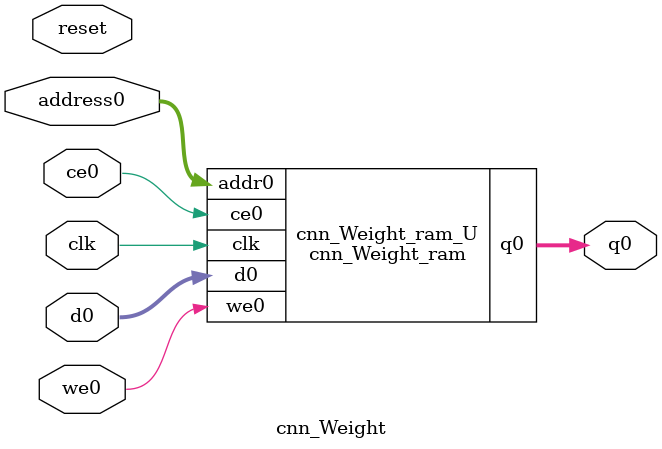
<source format=v>

`timescale 1 ns / 1 ps
module cnn_Weight_ram (addr0, ce0, d0, we0, q0,  clk);

parameter DWIDTH = 32;
parameter AWIDTH = 13;
parameter MEM_SIZE = 5000;

input[AWIDTH-1:0] addr0;
input ce0;
input[DWIDTH-1:0] d0;
input we0;
output reg[DWIDTH-1:0] q0;
input clk;

(* ram_style = "block" *)reg [DWIDTH-1:0] ram[0:MEM_SIZE-1];




always @(posedge clk)  
begin 
    if (ce0) 
    begin
        if (we0) 
        begin 
            ram[addr0] <= d0; 
            q0 <= d0;
        end 
        else 
            q0 <= ram[addr0];
    end
end


endmodule


`timescale 1 ns / 1 ps
module cnn_Weight(
    reset,
    clk,
    address0,
    ce0,
    we0,
    d0,
    q0);

parameter DataWidth = 32'd32;
parameter AddressRange = 32'd5000;
parameter AddressWidth = 32'd13;
input reset;
input clk;
input[AddressWidth - 1:0] address0;
input ce0;
input we0;
input[DataWidth - 1:0] d0;
output[DataWidth - 1:0] q0;



cnn_Weight_ram cnn_Weight_ram_U(
    .clk( clk ),
    .addr0( address0 ),
    .ce0( ce0 ),
    .d0( d0 ),
    .we0( we0 ),
    .q0( q0 ));

endmodule


</source>
